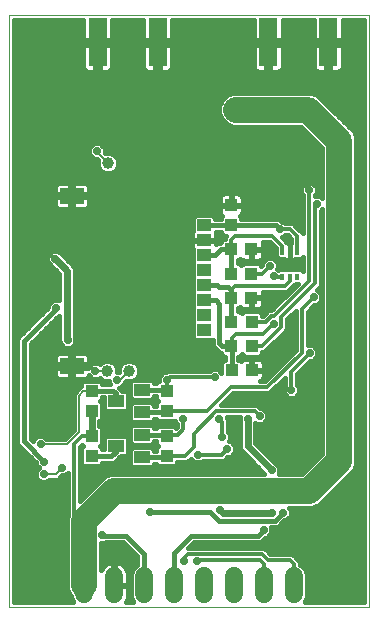
<source format=gbl>
G75*
%MOIN*%
%OFA0B0*%
%FSLAX25Y25*%
%IPPOS*%
%LPD*%
%AMOC8*
5,1,8,0,0,1.08239X$1,22.5*
%
%ADD10C,0.00000*%
%ADD11R,0.04331X0.03937*%
%ADD12R,0.03937X0.04331*%
%ADD13R,0.04724X0.03937*%
%ADD14R,0.07874X0.05315*%
%ADD15R,0.01378X0.01969*%
%ADD16R,0.06000X0.16000*%
%ADD17R,0.05512X0.03937*%
%ADD18C,0.06000*%
%ADD19C,0.03937*%
%ADD20C,0.01600*%
%ADD21OC8,0.02381*%
%ADD22C,0.01200*%
%ADD23C,0.02400*%
%ADD24C,0.08600*%
%ADD25C,0.00600*%
D10*
X0026800Y0048050D02*
X0026800Y0245501D01*
X0146800Y0245501D01*
X0146800Y0048050D01*
X0026800Y0048050D01*
D11*
X0054300Y0098454D03*
X0054300Y0105146D03*
X0054300Y0113454D03*
X0054300Y0120146D03*
X0079300Y0120146D03*
X0079300Y0113454D03*
X0079300Y0105146D03*
X0079300Y0098454D03*
X0101054Y0127000D03*
X0107746Y0127000D03*
X0107546Y0151200D03*
X0100854Y0151200D03*
X0100854Y0167300D03*
X0107546Y0167300D03*
D12*
X0107546Y0159200D03*
X0100854Y0159200D03*
X0100900Y0175354D03*
X0100900Y0182046D03*
X0100954Y0143200D03*
X0107646Y0143200D03*
X0107646Y0135100D03*
X0100954Y0135100D03*
D13*
X0091800Y0140383D03*
X0091800Y0145383D03*
X0091800Y0150383D03*
X0091800Y0155383D03*
X0091800Y0160383D03*
X0091800Y0165383D03*
X0091800Y0170383D03*
X0091800Y0175383D03*
D14*
X0047706Y0185146D03*
X0047706Y0128454D03*
D15*
X0117841Y0158266D03*
X0120400Y0158266D03*
X0122959Y0158266D03*
X0122959Y0166534D03*
X0120400Y0166534D03*
X0117841Y0166534D03*
D16*
X0113200Y0236300D03*
X0133200Y0236300D03*
X0076300Y0236300D03*
X0056300Y0236300D03*
D17*
X0071131Y0120540D03*
X0071131Y0113060D03*
X0071131Y0105540D03*
X0071131Y0098060D03*
X0062469Y0101800D03*
X0062469Y0116800D03*
D18*
X0061800Y0058300D02*
X0061800Y0052300D01*
X0071800Y0052300D02*
X0071800Y0058300D01*
X0081800Y0058300D02*
X0081800Y0052300D01*
X0091800Y0052300D02*
X0091800Y0058300D01*
X0101800Y0058300D02*
X0101800Y0052300D01*
X0111800Y0052300D02*
X0111800Y0058300D01*
X0121800Y0058300D02*
X0121800Y0052300D01*
X0051800Y0052300D02*
X0051800Y0058300D01*
D19*
X0059550Y0126800D03*
X0066800Y0126800D03*
X0059800Y0196050D03*
D20*
X0057223Y0193863D02*
X0028600Y0193863D01*
X0028600Y0192265D02*
X0131100Y0192265D01*
X0131100Y0193863D02*
X0062377Y0193863D01*
X0062656Y0194142D02*
X0063168Y0195380D01*
X0063168Y0196720D01*
X0062656Y0197958D01*
X0061708Y0198906D01*
X0060470Y0199418D01*
X0059130Y0199418D01*
X0058922Y0199332D01*
X0058641Y0199614D01*
X0058641Y0201123D01*
X0057123Y0202641D01*
X0054977Y0202641D01*
X0053459Y0201123D01*
X0053459Y0198977D01*
X0054977Y0197459D01*
X0055986Y0197459D01*
X0056518Y0196928D01*
X0056431Y0196720D01*
X0056431Y0195380D01*
X0056944Y0194142D01*
X0057892Y0193194D01*
X0059130Y0192681D01*
X0060470Y0192681D01*
X0061708Y0193194D01*
X0062656Y0194142D01*
X0063168Y0195462D02*
X0131100Y0195462D01*
X0131100Y0197060D02*
X0063028Y0197060D01*
X0061955Y0198659D02*
X0131100Y0198659D01*
X0131100Y0200257D02*
X0058641Y0200257D01*
X0057908Y0201856D02*
X0130383Y0201856D01*
X0131100Y0201139D02*
X0131100Y0184564D01*
X0130473Y0185191D01*
X0128800Y0185191D01*
X0128800Y0185336D01*
X0129391Y0185927D01*
X0129391Y0188073D01*
X0127873Y0189591D01*
X0125727Y0189591D01*
X0124209Y0188073D01*
X0124209Y0185927D01*
X0124800Y0185336D01*
X0124800Y0172628D01*
X0122600Y0174828D01*
X0121428Y0176000D01*
X0118864Y0176000D01*
X0118273Y0176591D01*
X0117721Y0176591D01*
X0116758Y0177554D01*
X0104268Y0177554D01*
X0104268Y0178099D01*
X0103944Y0178423D01*
X0103974Y0178441D01*
X0104309Y0178776D01*
X0104546Y0179186D01*
X0104668Y0179644D01*
X0104668Y0181862D01*
X0101084Y0181862D01*
X0101084Y0182231D01*
X0100716Y0182231D01*
X0100716Y0186012D01*
X0098695Y0186012D01*
X0098237Y0185889D01*
X0097826Y0185652D01*
X0097491Y0185317D01*
X0097254Y0184907D01*
X0097131Y0184449D01*
X0097131Y0182231D01*
X0100716Y0182231D01*
X0100716Y0181862D01*
X0097131Y0181862D01*
X0097131Y0179644D01*
X0097254Y0179186D01*
X0097491Y0178776D01*
X0097826Y0178441D01*
X0097856Y0178423D01*
X0097531Y0178099D01*
X0097531Y0177583D01*
X0095562Y0177583D01*
X0095562Y0177931D01*
X0094742Y0178751D01*
X0088858Y0178751D01*
X0088038Y0177931D01*
X0088038Y0173497D01*
X0087997Y0173456D01*
X0087760Y0173046D01*
X0087638Y0172588D01*
X0087638Y0170567D01*
X0091616Y0170567D01*
X0091616Y0170198D01*
X0087638Y0170198D01*
X0087638Y0168177D01*
X0087760Y0167719D01*
X0087997Y0167309D01*
X0088038Y0167269D01*
X0088038Y0137834D01*
X0088858Y0137014D01*
X0094700Y0137014D01*
X0094700Y0135189D01*
X0095700Y0134189D01*
X0096989Y0132900D01*
X0097585Y0132900D01*
X0097585Y0132355D01*
X0098405Y0131535D01*
X0098800Y0131535D01*
X0098800Y0130368D01*
X0098308Y0130368D01*
X0097488Y0129548D01*
X0097488Y0126275D01*
X0096373Y0127391D01*
X0094227Y0127391D01*
X0093636Y0126800D01*
X0079472Y0126800D01*
X0079062Y0126391D01*
X0078227Y0126391D01*
X0076709Y0124873D01*
X0076709Y0123515D01*
X0076555Y0123515D01*
X0075780Y0122740D01*
X0075287Y0122740D01*
X0075287Y0123089D01*
X0074467Y0123909D01*
X0068622Y0123909D01*
X0068708Y0123944D01*
X0069656Y0124892D01*
X0070168Y0126130D01*
X0070168Y0127470D01*
X0069656Y0128708D01*
X0068708Y0129656D01*
X0067470Y0130168D01*
X0066130Y0130168D01*
X0064892Y0129656D01*
X0063944Y0128708D01*
X0063431Y0127470D01*
X0063431Y0126391D01*
X0062918Y0126391D01*
X0062918Y0127470D01*
X0062406Y0128708D01*
X0061458Y0129656D01*
X0060220Y0130168D01*
X0058880Y0130168D01*
X0057642Y0129656D01*
X0057000Y0129014D01*
X0056623Y0129391D01*
X0054477Y0129391D01*
X0053011Y0127925D01*
X0048234Y0127925D01*
X0048234Y0123996D01*
X0051879Y0123996D01*
X0052337Y0124119D01*
X0052748Y0124356D01*
X0053083Y0124691D01*
X0053320Y0125101D01*
X0053376Y0125311D01*
X0054477Y0124209D01*
X0056623Y0124209D01*
X0057000Y0124586D01*
X0057642Y0123944D01*
X0058880Y0123431D01*
X0060209Y0123431D01*
X0060209Y0122727D01*
X0060590Y0122346D01*
X0060542Y0122346D01*
X0057865Y0122346D01*
X0057865Y0122695D01*
X0057045Y0123515D01*
X0051555Y0123515D01*
X0050735Y0122695D01*
X0050735Y0121639D01*
X0049850Y0120754D01*
X0048350Y0119254D01*
X0048350Y0107254D01*
X0045346Y0104250D01*
X0039264Y0104250D01*
X0038373Y0105141D01*
X0036227Y0105141D01*
X0034709Y0103623D01*
X0034709Y0103502D01*
X0034000Y0104211D01*
X0034000Y0135889D01*
X0043321Y0145209D01*
X0043573Y0145209D01*
X0043600Y0145236D01*
X0043600Y0136583D01*
X0043709Y0136319D01*
X0043709Y0135927D01*
X0043986Y0135650D01*
X0043996Y0135627D01*
X0044827Y0134796D01*
X0044850Y0134786D01*
X0045227Y0134409D01*
X0045760Y0134409D01*
X0045783Y0134400D01*
X0046817Y0134400D01*
X0046840Y0134409D01*
X0047373Y0134409D01*
X0047750Y0134786D01*
X0047773Y0134796D01*
X0048504Y0135527D01*
X0048514Y0135550D01*
X0048891Y0135927D01*
X0048891Y0136460D01*
X0048900Y0136483D01*
X0048900Y0137517D01*
X0048891Y0137540D01*
X0048891Y0138073D01*
X0048800Y0138164D01*
X0048800Y0160717D01*
X0048404Y0161673D01*
X0047673Y0162404D01*
X0043773Y0166304D01*
X0043579Y0166384D01*
X0043273Y0166691D01*
X0042840Y0166691D01*
X0042817Y0166700D01*
X0041683Y0166700D01*
X0041660Y0166691D01*
X0041127Y0166691D01*
X0040750Y0166314D01*
X0040727Y0166304D01*
X0039996Y0165573D01*
X0039986Y0165550D01*
X0039609Y0165173D01*
X0039609Y0164640D01*
X0039600Y0164617D01*
X0039600Y0163583D01*
X0039609Y0163560D01*
X0039609Y0163027D01*
X0039986Y0162650D01*
X0039996Y0162627D01*
X0040727Y0161896D01*
X0040750Y0161886D01*
X0041127Y0161509D01*
X0041214Y0161509D01*
X0043600Y0159123D01*
X0043600Y0150364D01*
X0043573Y0150391D01*
X0041427Y0150391D01*
X0039909Y0148873D01*
X0039909Y0148021D01*
X0030889Y0139000D01*
X0029600Y0137711D01*
X0029600Y0102389D01*
X0035909Y0096079D01*
X0035909Y0095527D01*
X0036886Y0094550D01*
X0035709Y0093373D01*
X0035709Y0091227D01*
X0037227Y0089709D01*
X0039373Y0089709D01*
X0040264Y0090600D01*
X0043004Y0090600D01*
X0044364Y0091959D01*
X0045623Y0091959D01*
X0046300Y0092636D01*
X0046300Y0078417D01*
X0046100Y0077934D01*
X0046100Y0054166D01*
X0046968Y0052071D01*
X0047400Y0051639D01*
X0047400Y0051425D01*
X0048052Y0049850D01*
X0028600Y0049850D01*
X0028600Y0243701D01*
X0051500Y0243701D01*
X0051500Y0237000D01*
X0055600Y0237000D01*
X0055600Y0235600D01*
X0057000Y0235600D01*
X0057000Y0237000D01*
X0061100Y0237000D01*
X0061100Y0243701D01*
X0071500Y0243701D01*
X0071500Y0237000D01*
X0075600Y0237000D01*
X0075600Y0235600D01*
X0077000Y0235600D01*
X0077000Y0237000D01*
X0081100Y0237000D01*
X0081100Y0243701D01*
X0108400Y0243701D01*
X0108400Y0237000D01*
X0112500Y0237000D01*
X0112500Y0235600D01*
X0113900Y0235600D01*
X0113900Y0237000D01*
X0118000Y0237000D01*
X0118000Y0243701D01*
X0128400Y0243701D01*
X0128400Y0237000D01*
X0132500Y0237000D01*
X0132500Y0235600D01*
X0133900Y0235600D01*
X0133900Y0237000D01*
X0138000Y0237000D01*
X0138000Y0243701D01*
X0145000Y0243701D01*
X0145000Y0049850D01*
X0125548Y0049850D01*
X0126200Y0051425D01*
X0126200Y0059175D01*
X0125530Y0060792D01*
X0124292Y0062030D01*
X0123800Y0062234D01*
X0123800Y0063128D01*
X0122300Y0064628D01*
X0121128Y0065800D01*
X0113878Y0065800D01*
X0113050Y0066628D01*
X0111878Y0067800D01*
X0086611Y0067800D01*
X0088511Y0069700D01*
X0110811Y0069700D01*
X0112221Y0071109D01*
X0112773Y0071109D01*
X0114291Y0072627D01*
X0114291Y0074700D01*
X0116311Y0074700D01*
X0118621Y0077009D01*
X0119173Y0077009D01*
X0120691Y0078527D01*
X0120691Y0080673D01*
X0120264Y0081100D01*
X0127934Y0081100D01*
X0130029Y0081968D01*
X0138929Y0090868D01*
X0140029Y0091968D01*
X0141632Y0093571D01*
X0142500Y0095666D01*
X0142500Y0204634D01*
X0141632Y0206729D01*
X0140029Y0208332D01*
X0140029Y0208332D01*
X0131232Y0217129D01*
X0129629Y0218732D01*
X0127534Y0219600D01*
X0101466Y0219600D01*
X0099371Y0218732D01*
X0097768Y0217129D01*
X0096900Y0215034D01*
X0096900Y0212766D01*
X0097768Y0210671D01*
X0099371Y0209068D01*
X0101466Y0208200D01*
X0124039Y0208200D01*
X0131100Y0201139D01*
X0128785Y0203454D02*
X0028600Y0203454D01*
X0028600Y0201856D02*
X0054192Y0201856D01*
X0053459Y0200257D02*
X0028600Y0200257D01*
X0028600Y0198659D02*
X0053778Y0198659D01*
X0056386Y0197060D02*
X0028600Y0197060D01*
X0028600Y0195462D02*
X0056431Y0195462D01*
X0052748Y0189244D02*
X0052337Y0189481D01*
X0051879Y0189604D01*
X0048234Y0189604D01*
X0048234Y0185675D01*
X0047177Y0185675D01*
X0047177Y0184618D01*
X0048234Y0184618D01*
X0048234Y0185675D01*
X0053443Y0185675D01*
X0053443Y0188041D01*
X0053320Y0188499D01*
X0053083Y0188909D01*
X0052748Y0189244D01*
X0052925Y0189068D02*
X0125204Y0189068D01*
X0124209Y0187469D02*
X0053443Y0187469D01*
X0053443Y0185870D02*
X0098204Y0185870D01*
X0097131Y0184272D02*
X0053443Y0184272D01*
X0053442Y0184618D02*
X0048234Y0184618D01*
X0048234Y0180689D01*
X0051879Y0180689D01*
X0052337Y0180812D01*
X0052748Y0181049D01*
X0053083Y0181384D01*
X0053320Y0181794D01*
X0053443Y0182252D01*
X0053442Y0184618D01*
X0053443Y0182673D02*
X0097131Y0182673D01*
X0097131Y0181075D02*
X0052774Y0181075D01*
X0048234Y0181075D02*
X0047177Y0181075D01*
X0047177Y0180689D02*
X0047177Y0184618D01*
X0041969Y0184618D01*
X0041969Y0182252D01*
X0042091Y0181794D01*
X0042328Y0181384D01*
X0042663Y0181049D01*
X0043074Y0180812D01*
X0043532Y0180689D01*
X0047177Y0180689D01*
X0047177Y0182673D02*
X0048234Y0182673D01*
X0048234Y0184272D02*
X0047177Y0184272D01*
X0047177Y0185675D02*
X0041969Y0185675D01*
X0041969Y0188041D01*
X0042091Y0188499D01*
X0042328Y0188909D01*
X0042663Y0189244D01*
X0043074Y0189481D01*
X0043532Y0189604D01*
X0047177Y0189604D01*
X0047177Y0185675D01*
X0047177Y0185870D02*
X0048234Y0185870D01*
X0048234Y0187469D02*
X0047177Y0187469D01*
X0047177Y0189068D02*
X0048234Y0189068D01*
X0042486Y0189068D02*
X0028600Y0189068D01*
X0028600Y0190666D02*
X0131100Y0190666D01*
X0131100Y0189068D02*
X0128396Y0189068D01*
X0129391Y0187469D02*
X0131100Y0187469D01*
X0131100Y0185870D02*
X0129334Y0185870D01*
X0124800Y0184272D02*
X0104668Y0184272D01*
X0104668Y0184449D02*
X0104546Y0184907D01*
X0104309Y0185317D01*
X0103974Y0185652D01*
X0103563Y0185889D01*
X0103105Y0186012D01*
X0101084Y0186012D01*
X0101084Y0182231D01*
X0104668Y0182231D01*
X0104668Y0184449D01*
X0104668Y0182673D02*
X0124800Y0182673D01*
X0124800Y0181075D02*
X0104668Y0181075D01*
X0104624Y0179476D02*
X0124800Y0179476D01*
X0124800Y0177878D02*
X0104268Y0177878D01*
X0100900Y0175354D02*
X0115846Y0175354D01*
X0117200Y0174000D01*
X0118864Y0172000D02*
X0119772Y0172000D01*
X0120959Y0170813D01*
X0120959Y0169318D01*
X0120400Y0169318D01*
X0120400Y0166534D01*
X0120400Y0166534D01*
X0120400Y0169318D01*
X0119810Y0169318D01*
X0117719Y0171409D01*
X0118273Y0171409D01*
X0118864Y0172000D01*
X0118347Y0171484D02*
X0120288Y0171484D01*
X0120959Y0169885D02*
X0119243Y0169885D01*
X0120400Y0168287D02*
X0120400Y0168287D01*
X0120400Y0166688D02*
X0120400Y0166688D01*
X0120400Y0166534D02*
X0120400Y0163750D01*
X0121326Y0163750D01*
X0121784Y0163872D01*
X0122194Y0164109D01*
X0122235Y0164150D01*
X0124228Y0164150D01*
X0124800Y0164722D01*
X0124800Y0160078D01*
X0124228Y0160650D01*
X0121690Y0160650D01*
X0121680Y0160640D01*
X0121669Y0160650D01*
X0119131Y0160650D01*
X0119120Y0160640D01*
X0119110Y0160650D01*
X0116572Y0160650D01*
X0116443Y0160521D01*
X0116264Y0160700D01*
X0116391Y0160827D01*
X0116391Y0162973D01*
X0114873Y0164491D01*
X0112727Y0164491D01*
X0111209Y0162973D01*
X0111209Y0162138D01*
X0110915Y0161843D01*
X0110915Y0161945D01*
X0110095Y0162765D01*
X0104998Y0162765D01*
X0104200Y0161967D01*
X0103402Y0162765D01*
X0103054Y0162765D01*
X0103054Y0163931D01*
X0103599Y0163931D01*
X0103923Y0164256D01*
X0103941Y0164226D01*
X0104276Y0163891D01*
X0104686Y0163654D01*
X0105144Y0163531D01*
X0107362Y0163531D01*
X0107362Y0167116D01*
X0107731Y0167116D01*
X0107731Y0167484D01*
X0111512Y0167484D01*
X0111512Y0169505D01*
X0111433Y0169800D01*
X0113672Y0169800D01*
X0115752Y0167720D01*
X0115752Y0164970D01*
X0116572Y0164150D01*
X0118565Y0164150D01*
X0118606Y0164109D01*
X0119016Y0163872D01*
X0119474Y0163750D01*
X0120400Y0163750D01*
X0120400Y0166534D01*
X0120400Y0166534D01*
X0120400Y0165090D02*
X0120400Y0165090D01*
X0124800Y0163491D02*
X0115872Y0163491D01*
X0115752Y0165090D02*
X0111511Y0165090D01*
X0111512Y0165095D02*
X0111512Y0167116D01*
X0107731Y0167116D01*
X0107731Y0163531D01*
X0109949Y0163531D01*
X0110407Y0163654D01*
X0110817Y0163891D01*
X0111152Y0164226D01*
X0111389Y0164637D01*
X0111512Y0165095D01*
X0111512Y0166688D02*
X0115752Y0166688D01*
X0115185Y0168287D02*
X0111512Y0168287D01*
X0111728Y0163491D02*
X0103054Y0163491D01*
X0100854Y0164046D02*
X0100854Y0167300D01*
X0100854Y0159200D01*
X0099900Y0154900D02*
X0096700Y0154900D01*
X0096217Y0155383D01*
X0091800Y0155383D01*
X0088038Y0155499D02*
X0048800Y0155499D01*
X0048800Y0157097D02*
X0088038Y0157097D01*
X0088038Y0158696D02*
X0048800Y0158696D01*
X0048800Y0160294D02*
X0088038Y0160294D01*
X0088038Y0161893D02*
X0048184Y0161893D01*
X0046586Y0163491D02*
X0088038Y0163491D01*
X0088038Y0165090D02*
X0044987Y0165090D01*
X0043275Y0166688D02*
X0088038Y0166688D01*
X0087638Y0168287D02*
X0028600Y0168287D01*
X0028600Y0169885D02*
X0087638Y0169885D01*
X0087638Y0171484D02*
X0028600Y0171484D01*
X0028600Y0173082D02*
X0087782Y0173082D01*
X0088038Y0174681D02*
X0028600Y0174681D01*
X0028600Y0176279D02*
X0088038Y0176279D01*
X0088038Y0177878D02*
X0028600Y0177878D01*
X0028600Y0179476D02*
X0097176Y0179476D01*
X0097531Y0177878D02*
X0095562Y0177878D01*
X0091800Y0175383D02*
X0100871Y0175383D01*
X0100900Y0175354D01*
X0099260Y0171788D02*
X0098352Y0171788D01*
X0097531Y0172608D01*
X0097531Y0173183D01*
X0095761Y0173183D01*
X0095840Y0173046D01*
X0095962Y0172588D01*
X0095962Y0170567D01*
X0091984Y0170567D01*
X0091984Y0170198D01*
X0095962Y0170198D01*
X0095962Y0168973D01*
X0096489Y0169500D01*
X0097288Y0169500D01*
X0097288Y0169848D01*
X0098108Y0170668D01*
X0098800Y0170668D01*
X0098800Y0171328D01*
X0099260Y0171788D01*
X0098955Y0171484D02*
X0095962Y0171484D01*
X0095962Y0169885D02*
X0097325Y0169885D01*
X0097400Y0167300D02*
X0100854Y0167300D01*
X0097400Y0167300D02*
X0095483Y0165383D01*
X0091800Y0165383D01*
X0095818Y0173082D02*
X0097531Y0173082D01*
X0100716Y0182673D02*
X0101084Y0182673D01*
X0101084Y0184272D02*
X0100716Y0184272D01*
X0100716Y0185870D02*
X0101084Y0185870D01*
X0103596Y0185870D02*
X0124266Y0185870D01*
X0130700Y0180236D02*
X0131100Y0180636D01*
X0131100Y0099161D01*
X0130868Y0098929D01*
X0124439Y0092500D01*
X0116664Y0092500D01*
X0116891Y0092727D01*
X0116891Y0093260D01*
X0116900Y0093283D01*
X0116900Y0094317D01*
X0116891Y0094340D01*
X0116891Y0094873D01*
X0116514Y0095250D01*
X0116504Y0095273D01*
X0108900Y0102877D01*
X0108900Y0109536D01*
X0109227Y0109209D01*
X0111373Y0109209D01*
X0112891Y0110727D01*
X0112891Y0112873D01*
X0111373Y0114391D01*
X0110538Y0114391D01*
X0109878Y0115050D01*
X0109628Y0115300D01*
X0097628Y0115300D01*
X0101628Y0119300D01*
X0113628Y0119300D01*
X0118900Y0124572D01*
X0118900Y0122164D01*
X0118309Y0121573D01*
X0118309Y0119427D01*
X0119827Y0117909D01*
X0121973Y0117909D01*
X0123491Y0119427D01*
X0123491Y0121573D01*
X0122900Y0122164D01*
X0122900Y0125772D01*
X0127238Y0130109D01*
X0128073Y0130109D01*
X0129591Y0131627D01*
X0129591Y0133773D01*
X0128073Y0135291D01*
X0126300Y0135291D01*
X0126300Y0146472D01*
X0128538Y0148709D01*
X0129373Y0148709D01*
X0130891Y0150227D01*
X0130891Y0152373D01*
X0129373Y0153891D01*
X0129319Y0153891D01*
X0130700Y0155272D01*
X0130700Y0180236D01*
X0130700Y0179476D02*
X0131100Y0179476D01*
X0131100Y0177878D02*
X0130700Y0177878D01*
X0130700Y0176279D02*
X0131100Y0176279D01*
X0131100Y0174681D02*
X0130700Y0174681D01*
X0130700Y0173082D02*
X0131100Y0173082D01*
X0131100Y0171484D02*
X0130700Y0171484D01*
X0130700Y0169885D02*
X0131100Y0169885D01*
X0131100Y0168287D02*
X0130700Y0168287D01*
X0130700Y0166688D02*
X0131100Y0166688D01*
X0131100Y0165090D02*
X0130700Y0165090D01*
X0130700Y0163491D02*
X0131100Y0163491D01*
X0131100Y0161893D02*
X0130700Y0161893D01*
X0130700Y0160294D02*
X0131100Y0160294D01*
X0131100Y0158696D02*
X0130700Y0158696D01*
X0130700Y0157097D02*
X0131100Y0157097D01*
X0131100Y0155499D02*
X0130700Y0155499D01*
X0131100Y0153900D02*
X0129329Y0153900D01*
X0130891Y0152302D02*
X0131100Y0152302D01*
X0131100Y0150703D02*
X0130891Y0150703D01*
X0131100Y0149105D02*
X0129768Y0149105D01*
X0131100Y0147506D02*
X0127335Y0147506D01*
X0126300Y0145908D02*
X0131100Y0145908D01*
X0131100Y0144309D02*
X0126300Y0144309D01*
X0126300Y0142711D02*
X0131100Y0142711D01*
X0131100Y0141112D02*
X0126300Y0141112D01*
X0126300Y0139514D02*
X0131100Y0139514D01*
X0131100Y0137915D02*
X0126300Y0137915D01*
X0126300Y0136317D02*
X0131100Y0136317D01*
X0131100Y0134718D02*
X0128645Y0134718D01*
X0129591Y0133120D02*
X0131100Y0133120D01*
X0131100Y0131521D02*
X0129485Y0131521D01*
X0131100Y0129923D02*
X0127051Y0129923D01*
X0125452Y0128324D02*
X0131100Y0128324D01*
X0131100Y0126726D02*
X0123854Y0126726D01*
X0122900Y0125127D02*
X0131100Y0125127D01*
X0131100Y0123529D02*
X0122900Y0123529D01*
X0123134Y0121930D02*
X0131100Y0121930D01*
X0131100Y0120332D02*
X0123491Y0120332D01*
X0122797Y0118733D02*
X0131100Y0118733D01*
X0131100Y0117134D02*
X0099463Y0117134D01*
X0097864Y0115536D02*
X0131100Y0115536D01*
X0131100Y0113937D02*
X0111826Y0113937D01*
X0112891Y0112339D02*
X0131100Y0112339D01*
X0131100Y0110740D02*
X0112891Y0110740D01*
X0108900Y0109142D02*
X0131100Y0109142D01*
X0131100Y0107543D02*
X0108900Y0107543D01*
X0108900Y0105945D02*
X0131100Y0105945D01*
X0131100Y0104346D02*
X0108900Y0104346D01*
X0109029Y0102748D02*
X0131100Y0102748D01*
X0131100Y0101149D02*
X0110628Y0101149D01*
X0112226Y0099551D02*
X0131100Y0099551D01*
X0129891Y0097952D02*
X0113825Y0097952D01*
X0115423Y0096354D02*
X0128293Y0096354D01*
X0126694Y0094755D02*
X0116891Y0094755D01*
X0116891Y0093157D02*
X0125096Y0093157D01*
X0133225Y0085164D02*
X0145000Y0085164D01*
X0145000Y0083566D02*
X0131627Y0083566D01*
X0130028Y0081967D02*
X0145000Y0081967D01*
X0145000Y0080369D02*
X0120691Y0080369D01*
X0120691Y0078770D02*
X0145000Y0078770D01*
X0145000Y0077172D02*
X0119335Y0077172D01*
X0117184Y0075573D02*
X0145000Y0075573D01*
X0145000Y0073975D02*
X0114291Y0073975D01*
X0114040Y0072376D02*
X0145000Y0072376D01*
X0145000Y0070778D02*
X0111889Y0070778D01*
X0109900Y0071900D02*
X0111700Y0073700D01*
X0109900Y0071900D02*
X0087600Y0071900D01*
X0081800Y0066100D01*
X0081800Y0055300D01*
X0071800Y0055300D02*
X0071800Y0065900D01*
X0065800Y0071900D01*
X0058000Y0071900D01*
X0057900Y0072000D01*
X0057500Y0069409D02*
X0058973Y0069409D01*
X0059264Y0069700D01*
X0064889Y0069700D01*
X0069600Y0064989D01*
X0069600Y0062151D01*
X0069308Y0062030D01*
X0068070Y0060792D01*
X0067400Y0059175D01*
X0067400Y0051425D01*
X0068052Y0049850D01*
X0065939Y0049850D01*
X0066248Y0050457D01*
X0066482Y0051176D01*
X0066600Y0051922D01*
X0066600Y0055100D01*
X0062000Y0055100D01*
X0062000Y0055500D01*
X0061600Y0055500D01*
X0061600Y0063100D01*
X0061422Y0063100D01*
X0060676Y0062982D01*
X0059957Y0062748D01*
X0059284Y0062405D01*
X0058673Y0061961D01*
X0058139Y0061427D01*
X0057695Y0060816D01*
X0057500Y0060434D01*
X0057500Y0069409D01*
X0057500Y0069179D02*
X0065410Y0069179D01*
X0067008Y0067581D02*
X0057500Y0067581D01*
X0057500Y0065982D02*
X0068607Y0065982D01*
X0069600Y0064384D02*
X0057500Y0064384D01*
X0057500Y0062785D02*
X0060071Y0062785D01*
X0061600Y0062785D02*
X0062000Y0062785D01*
X0062000Y0063100D02*
X0062000Y0055500D01*
X0066600Y0055500D01*
X0066600Y0058678D01*
X0066482Y0059424D01*
X0066248Y0060143D01*
X0065905Y0060816D01*
X0065461Y0061427D01*
X0064927Y0061961D01*
X0064316Y0062405D01*
X0063643Y0062748D01*
X0062924Y0062982D01*
X0062178Y0063100D01*
X0062000Y0063100D01*
X0063529Y0062785D02*
X0069600Y0062785D01*
X0068464Y0061187D02*
X0065636Y0061187D01*
X0066428Y0059588D02*
X0067571Y0059588D01*
X0067400Y0057990D02*
X0066600Y0057990D01*
X0066600Y0056391D02*
X0067400Y0056391D01*
X0067400Y0054793D02*
X0066600Y0054793D01*
X0066600Y0053194D02*
X0067400Y0053194D01*
X0067400Y0051596D02*
X0066548Y0051596D01*
X0066014Y0049997D02*
X0067991Y0049997D01*
X0062000Y0056391D02*
X0061600Y0056391D01*
X0061600Y0057990D02*
X0062000Y0057990D01*
X0062000Y0059588D02*
X0061600Y0059588D01*
X0061600Y0061187D02*
X0062000Y0061187D01*
X0057964Y0061187D02*
X0057500Y0061187D01*
X0046503Y0053194D02*
X0028600Y0053194D01*
X0028600Y0051596D02*
X0047400Y0051596D01*
X0047991Y0049997D02*
X0028600Y0049997D01*
X0028600Y0054793D02*
X0046100Y0054793D01*
X0046100Y0056391D02*
X0028600Y0056391D01*
X0028600Y0057990D02*
X0046100Y0057990D01*
X0046100Y0059588D02*
X0028600Y0059588D01*
X0028600Y0061187D02*
X0046100Y0061187D01*
X0046100Y0062785D02*
X0028600Y0062785D01*
X0028600Y0064384D02*
X0046100Y0064384D01*
X0046100Y0065982D02*
X0028600Y0065982D01*
X0028600Y0067581D02*
X0046100Y0067581D01*
X0046100Y0069179D02*
X0028600Y0069179D01*
X0028600Y0070778D02*
X0046100Y0070778D01*
X0046100Y0072376D02*
X0028600Y0072376D01*
X0028600Y0073975D02*
X0046100Y0073975D01*
X0046100Y0075573D02*
X0028600Y0075573D01*
X0028600Y0077172D02*
X0046100Y0077172D01*
X0046300Y0078770D02*
X0028600Y0078770D01*
X0028600Y0080369D02*
X0046300Y0080369D01*
X0046300Y0081967D02*
X0028600Y0081967D01*
X0028600Y0083566D02*
X0046300Y0083566D01*
X0046300Y0085164D02*
X0028600Y0085164D01*
X0028600Y0086763D02*
X0046300Y0086763D01*
X0046300Y0088361D02*
X0028600Y0088361D01*
X0028600Y0089960D02*
X0036977Y0089960D01*
X0035709Y0091558D02*
X0028600Y0091558D01*
X0028600Y0093157D02*
X0035709Y0093157D01*
X0036681Y0094755D02*
X0028600Y0094755D01*
X0028600Y0096354D02*
X0035635Y0096354D01*
X0034036Y0097952D02*
X0028600Y0097952D01*
X0028600Y0099551D02*
X0032438Y0099551D01*
X0030839Y0101149D02*
X0028600Y0101149D01*
X0028600Y0102748D02*
X0029600Y0102748D01*
X0029600Y0104346D02*
X0028600Y0104346D01*
X0028600Y0105945D02*
X0029600Y0105945D01*
X0029600Y0107543D02*
X0028600Y0107543D01*
X0028600Y0109142D02*
X0029600Y0109142D01*
X0029600Y0110740D02*
X0028600Y0110740D01*
X0028600Y0112339D02*
X0029600Y0112339D01*
X0029600Y0113937D02*
X0028600Y0113937D01*
X0028600Y0115536D02*
X0029600Y0115536D01*
X0029600Y0117134D02*
X0028600Y0117134D01*
X0028600Y0118733D02*
X0029600Y0118733D01*
X0029600Y0120332D02*
X0028600Y0120332D01*
X0028600Y0121930D02*
X0029600Y0121930D01*
X0029600Y0123529D02*
X0028600Y0123529D01*
X0028600Y0125127D02*
X0029600Y0125127D01*
X0029600Y0126726D02*
X0028600Y0126726D01*
X0028600Y0128324D02*
X0029600Y0128324D01*
X0029600Y0129923D02*
X0028600Y0129923D01*
X0028600Y0131521D02*
X0029600Y0131521D01*
X0029600Y0133120D02*
X0028600Y0133120D01*
X0028600Y0134718D02*
X0029600Y0134718D01*
X0029600Y0136317D02*
X0028600Y0136317D01*
X0028600Y0137915D02*
X0029804Y0137915D01*
X0028600Y0139514D02*
X0031402Y0139514D01*
X0033001Y0141112D02*
X0028600Y0141112D01*
X0028600Y0142711D02*
X0034599Y0142711D01*
X0036198Y0144309D02*
X0028600Y0144309D01*
X0028600Y0145908D02*
X0037796Y0145908D01*
X0039395Y0147506D02*
X0028600Y0147506D01*
X0028600Y0149105D02*
X0040141Y0149105D01*
X0042500Y0147800D02*
X0042500Y0147500D01*
X0031800Y0136800D01*
X0031800Y0103300D01*
X0038500Y0096600D01*
X0039623Y0089960D02*
X0046300Y0089960D01*
X0046300Y0091558D02*
X0043962Y0091558D01*
X0050300Y0091558D02*
X0058497Y0091558D01*
X0058571Y0091632D02*
X0056968Y0090029D01*
X0052168Y0085229D01*
X0050300Y0083361D01*
X0050300Y0101472D01*
X0051081Y0102252D01*
X0051533Y0101800D01*
X0050735Y0101002D01*
X0050735Y0095905D01*
X0051555Y0095085D01*
X0057045Y0095085D01*
X0057865Y0095905D01*
X0057865Y0096254D01*
X0061865Y0096254D01*
X0063211Y0097600D01*
X0064043Y0098431D01*
X0065805Y0098431D01*
X0066625Y0099252D01*
X0066625Y0104348D01*
X0065805Y0105168D01*
X0059133Y0105168D01*
X0058313Y0104348D01*
X0058313Y0100654D01*
X0057865Y0100654D01*
X0057865Y0101002D01*
X0057067Y0101800D01*
X0057865Y0102598D01*
X0057865Y0107695D01*
X0057045Y0108515D01*
X0056900Y0108515D01*
X0056900Y0110085D01*
X0057045Y0110085D01*
X0057865Y0110905D01*
X0057865Y0116002D01*
X0057067Y0116800D01*
X0057865Y0117598D01*
X0057865Y0117946D01*
X0058313Y0117946D01*
X0058313Y0114252D01*
X0059133Y0113431D01*
X0065805Y0113431D01*
X0066625Y0114252D01*
X0066625Y0119348D01*
X0065805Y0120168D01*
X0064500Y0120168D01*
X0064500Y0120211D01*
X0063502Y0121209D01*
X0063873Y0121209D01*
X0065391Y0122727D01*
X0065391Y0122986D01*
X0065922Y0123518D01*
X0066130Y0123431D01*
X0067318Y0123431D01*
X0066975Y0123089D01*
X0066975Y0117992D01*
X0067795Y0117172D01*
X0074467Y0117172D01*
X0075287Y0117992D01*
X0075287Y0118340D01*
X0075735Y0118340D01*
X0075735Y0117598D01*
X0076533Y0116800D01*
X0075735Y0116002D01*
X0075735Y0115260D01*
X0075287Y0115260D01*
X0075287Y0115608D01*
X0074467Y0116428D01*
X0067795Y0116428D01*
X0066975Y0115608D01*
X0066975Y0110511D01*
X0067795Y0109691D01*
X0074467Y0109691D01*
X0075287Y0110511D01*
X0075287Y0110860D01*
X0075780Y0110860D01*
X0076555Y0110085D01*
X0082045Y0110085D01*
X0082209Y0110249D01*
X0082209Y0109727D01*
X0082800Y0109136D01*
X0082800Y0108128D01*
X0082616Y0107944D01*
X0082045Y0108515D01*
X0076555Y0108515D01*
X0075780Y0107740D01*
X0075287Y0107740D01*
X0075287Y0108089D01*
X0074467Y0108909D01*
X0067795Y0108909D01*
X0066975Y0108089D01*
X0066975Y0102992D01*
X0067795Y0102172D01*
X0074467Y0102172D01*
X0075287Y0102992D01*
X0075287Y0103340D01*
X0075735Y0103340D01*
X0075735Y0102598D01*
X0076533Y0101800D01*
X0075735Y0101002D01*
X0075735Y0100260D01*
X0075287Y0100260D01*
X0075287Y0100608D01*
X0074467Y0101428D01*
X0067795Y0101428D01*
X0066975Y0100608D01*
X0066975Y0095511D01*
X0067795Y0094691D01*
X0074467Y0094691D01*
X0075287Y0095511D01*
X0075287Y0095860D01*
X0075780Y0095860D01*
X0076555Y0095085D01*
X0082045Y0095085D01*
X0082865Y0095905D01*
X0082865Y0096454D01*
X0086282Y0096454D01*
X0087382Y0097554D01*
X0088627Y0096309D01*
X0090773Y0096309D01*
X0091364Y0096900D01*
X0098528Y0096900D01*
X0099838Y0098209D01*
X0100673Y0098209D01*
X0102191Y0099727D01*
X0102191Y0101873D01*
X0100673Y0103391D01*
X0100154Y0103391D01*
X0100391Y0103627D01*
X0100391Y0105773D01*
X0099800Y0106364D01*
X0099800Y0110628D01*
X0099391Y0111038D01*
X0099391Y0111300D01*
X0103700Y0111300D01*
X0103700Y0101283D01*
X0104096Y0100327D01*
X0111923Y0092500D01*
X0060666Y0092500D01*
X0058571Y0091632D01*
X0056899Y0089960D02*
X0050300Y0089960D01*
X0050300Y0088361D02*
X0055300Y0088361D01*
X0053702Y0086763D02*
X0050300Y0086763D01*
X0050300Y0085164D02*
X0052103Y0085164D01*
X0050505Y0083566D02*
X0050300Y0083566D01*
X0050300Y0093157D02*
X0111266Y0093157D01*
X0109668Y0094755D02*
X0074531Y0094755D01*
X0071131Y0098060D02*
X0078906Y0098060D01*
X0079300Y0098454D01*
X0082865Y0096354D02*
X0088583Y0096354D01*
X0090817Y0096354D02*
X0108069Y0096354D01*
X0106471Y0097952D02*
X0099581Y0097952D01*
X0102014Y0099551D02*
X0104872Y0099551D01*
X0103755Y0101149D02*
X0102191Y0101149D01*
X0101316Y0102748D02*
X0103700Y0102748D01*
X0103700Y0104346D02*
X0100391Y0104346D01*
X0100219Y0105945D02*
X0103700Y0105945D01*
X0103700Y0107543D02*
X0099800Y0107543D01*
X0099800Y0109142D02*
X0103700Y0109142D01*
X0103700Y0110740D02*
X0099688Y0110740D01*
X0101061Y0118733D02*
X0119003Y0118733D01*
X0118309Y0120332D02*
X0114660Y0120332D01*
X0116258Y0121930D02*
X0118666Y0121930D01*
X0118900Y0123529D02*
X0117857Y0123529D01*
X0115397Y0126726D02*
X0111712Y0126726D01*
X0111712Y0126816D02*
X0107931Y0126816D01*
X0107931Y0127184D01*
X0111712Y0127184D01*
X0111712Y0129205D01*
X0111589Y0129663D01*
X0111352Y0130074D01*
X0111017Y0130409D01*
X0110607Y0130646D01*
X0110149Y0130768D01*
X0107931Y0130768D01*
X0107931Y0127184D01*
X0107562Y0127184D01*
X0107562Y0130768D01*
X0105344Y0130768D01*
X0104886Y0130646D01*
X0104476Y0130409D01*
X0104141Y0130074D01*
X0104123Y0130044D01*
X0103799Y0130368D01*
X0103200Y0130368D01*
X0103200Y0131535D01*
X0103502Y0131535D01*
X0104300Y0132333D01*
X0105098Y0131535D01*
X0110195Y0131535D01*
X0111015Y0132355D01*
X0111015Y0133100D01*
X0111928Y0133100D01*
X0118328Y0139500D01*
X0119500Y0140672D01*
X0119500Y0144072D01*
X0122300Y0146872D01*
X0122300Y0133628D01*
X0111972Y0123300D01*
X0110404Y0123300D01*
X0110607Y0123354D01*
X0111017Y0123591D01*
X0111352Y0123926D01*
X0111589Y0124337D01*
X0111712Y0124795D01*
X0111712Y0126816D01*
X0111712Y0128324D02*
X0116996Y0128324D01*
X0118594Y0129923D02*
X0111439Y0129923D01*
X0111948Y0133120D02*
X0121791Y0133120D01*
X0122300Y0134718D02*
X0113547Y0134718D01*
X0115145Y0136317D02*
X0122300Y0136317D01*
X0122300Y0137915D02*
X0116744Y0137915D01*
X0118342Y0139514D02*
X0122300Y0139514D01*
X0122300Y0141112D02*
X0119500Y0141112D01*
X0119500Y0142711D02*
X0122300Y0142711D01*
X0122300Y0144309D02*
X0119738Y0144309D01*
X0121336Y0145908D02*
X0122300Y0145908D01*
X0117875Y0150703D02*
X0111512Y0150703D01*
X0111512Y0151016D02*
X0107731Y0151016D01*
X0107731Y0151384D01*
X0111512Y0151384D01*
X0111512Y0153200D01*
X0119628Y0153200D01*
X0120800Y0154372D01*
X0122310Y0155882D01*
X0123053Y0155882D01*
X0114172Y0147000D01*
X0113272Y0147000D01*
X0112100Y0145828D01*
X0111472Y0145200D01*
X0111015Y0145200D01*
X0111015Y0145945D01*
X0110195Y0146765D01*
X0105098Y0146765D01*
X0104300Y0145967D01*
X0103502Y0146765D01*
X0103054Y0146765D01*
X0103054Y0147831D01*
X0103599Y0147831D01*
X0103923Y0148156D01*
X0103941Y0148126D01*
X0104276Y0147791D01*
X0104686Y0147554D01*
X0105144Y0147431D01*
X0107362Y0147431D01*
X0107362Y0151016D01*
X0107731Y0151016D01*
X0107731Y0147431D01*
X0109949Y0147431D01*
X0110407Y0147554D01*
X0110817Y0147791D01*
X0111152Y0148126D01*
X0111389Y0148537D01*
X0111512Y0148995D01*
X0111512Y0151016D01*
X0111512Y0152302D02*
X0119473Y0152302D01*
X0120329Y0153900D02*
X0121072Y0153900D01*
X0121927Y0155499D02*
X0122670Y0155499D01*
X0124584Y0160294D02*
X0124800Y0160294D01*
X0124800Y0161893D02*
X0116391Y0161893D01*
X0110964Y0161893D02*
X0110915Y0161893D01*
X0107731Y0165090D02*
X0107362Y0165090D01*
X0107362Y0166688D02*
X0107731Y0166688D01*
X0099900Y0154900D02*
X0100900Y0153900D01*
X0100900Y0151246D01*
X0100854Y0151200D01*
X0100854Y0143300D01*
X0100954Y0143200D01*
X0103054Y0147506D02*
X0104865Y0147506D01*
X0107362Y0147506D02*
X0107731Y0147506D01*
X0107731Y0149105D02*
X0107362Y0149105D01*
X0107362Y0150703D02*
X0107731Y0150703D01*
X0110228Y0147506D02*
X0114678Y0147506D01*
X0116276Y0149105D02*
X0111512Y0149105D01*
X0111015Y0145908D02*
X0112179Y0145908D01*
X0101000Y0135146D02*
X0101000Y0127054D01*
X0101054Y0127000D01*
X0097488Y0126726D02*
X0097038Y0126726D01*
X0097488Y0128324D02*
X0069815Y0128324D01*
X0070168Y0126726D02*
X0079397Y0126726D01*
X0076963Y0125127D02*
X0069753Y0125127D01*
X0066975Y0121930D02*
X0064594Y0121930D01*
X0064380Y0120332D02*
X0066975Y0120332D01*
X0066975Y0118733D02*
X0066625Y0118733D01*
X0066625Y0117134D02*
X0076198Y0117134D01*
X0075735Y0115536D02*
X0075287Y0115536D01*
X0078906Y0113060D02*
X0071131Y0113060D01*
X0075287Y0110740D02*
X0075899Y0110740D01*
X0078906Y0113060D02*
X0079300Y0113454D01*
X0082794Y0109142D02*
X0056900Y0109142D01*
X0057701Y0110740D02*
X0066975Y0110740D01*
X0066975Y0112339D02*
X0057865Y0112339D01*
X0057865Y0113937D02*
X0058627Y0113937D01*
X0058313Y0115536D02*
X0057865Y0115536D01*
X0058313Y0117134D02*
X0057402Y0117134D01*
X0054300Y0120146D02*
X0061454Y0120146D01*
X0062300Y0119300D01*
X0062300Y0116969D01*
X0062469Y0116800D01*
X0066625Y0115536D02*
X0066975Y0115536D01*
X0066975Y0113937D02*
X0066311Y0113937D01*
X0066975Y0107543D02*
X0057865Y0107543D01*
X0057865Y0105945D02*
X0066975Y0105945D01*
X0066975Y0104346D02*
X0066625Y0104346D01*
X0066625Y0102748D02*
X0067219Y0102748D01*
X0067516Y0101149D02*
X0066625Y0101149D01*
X0066625Y0099551D02*
X0066975Y0099551D01*
X0066975Y0097952D02*
X0063564Y0097952D01*
X0062300Y0099800D02*
X0060954Y0098454D01*
X0056300Y0098454D01*
X0054300Y0098454D01*
X0050735Y0097952D02*
X0050300Y0097952D01*
X0050300Y0096354D02*
X0050735Y0096354D01*
X0050300Y0094755D02*
X0067731Y0094755D01*
X0066975Y0096354D02*
X0061965Y0096354D01*
X0062300Y0099800D02*
X0062300Y0101631D01*
X0062469Y0101800D01*
X0058313Y0101149D02*
X0057718Y0101149D01*
X0057865Y0102748D02*
X0058313Y0102748D01*
X0058313Y0104346D02*
X0057865Y0104346D01*
X0050882Y0101149D02*
X0050300Y0101149D01*
X0050300Y0099551D02*
X0050735Y0099551D01*
X0045442Y0104346D02*
X0039167Y0104346D01*
X0035433Y0104346D02*
X0034000Y0104346D01*
X0034000Y0105945D02*
X0047041Y0105945D01*
X0048350Y0107543D02*
X0034000Y0107543D01*
X0034000Y0109142D02*
X0048350Y0109142D01*
X0048350Y0110740D02*
X0034000Y0110740D01*
X0034000Y0112339D02*
X0048350Y0112339D01*
X0048350Y0113937D02*
X0034000Y0113937D01*
X0034000Y0115536D02*
X0048350Y0115536D01*
X0048350Y0117134D02*
X0034000Y0117134D01*
X0034000Y0118733D02*
X0048350Y0118733D01*
X0049427Y0120332D02*
X0034000Y0120332D01*
X0034000Y0121930D02*
X0050735Y0121930D01*
X0048234Y0125127D02*
X0047177Y0125127D01*
X0047177Y0123996D02*
X0047177Y0127925D01*
X0048234Y0127925D01*
X0048234Y0128982D01*
X0053443Y0128982D01*
X0053443Y0131348D01*
X0053320Y0131806D01*
X0053083Y0132216D01*
X0052748Y0132551D01*
X0052337Y0132788D01*
X0051879Y0132911D01*
X0048234Y0132911D01*
X0048234Y0128982D01*
X0047177Y0128982D01*
X0047177Y0127925D01*
X0041969Y0127925D01*
X0041969Y0125559D01*
X0042091Y0125101D01*
X0042328Y0124691D01*
X0042663Y0124356D01*
X0043074Y0124119D01*
X0043532Y0123996D01*
X0047177Y0123996D01*
X0047177Y0126726D02*
X0048234Y0126726D01*
X0048234Y0128324D02*
X0053410Y0128324D01*
X0053443Y0129923D02*
X0058286Y0129923D01*
X0060814Y0129923D02*
X0065536Y0129923D01*
X0063785Y0128324D02*
X0062565Y0128324D01*
X0062918Y0126726D02*
X0063431Y0126726D01*
X0058646Y0123529D02*
X0034000Y0123529D01*
X0034000Y0125127D02*
X0042084Y0125127D01*
X0041969Y0126726D02*
X0034000Y0126726D01*
X0034000Y0128324D02*
X0047177Y0128324D01*
X0047177Y0128982D02*
X0041969Y0128982D01*
X0041969Y0131348D01*
X0042091Y0131806D01*
X0042328Y0132216D01*
X0042663Y0132551D01*
X0043074Y0132788D01*
X0043532Y0132911D01*
X0047177Y0132911D01*
X0047177Y0128982D01*
X0047177Y0129923D02*
X0048234Y0129923D01*
X0048234Y0131521D02*
X0047177Y0131521D01*
X0047682Y0134718D02*
X0095171Y0134718D01*
X0094700Y0136317D02*
X0048891Y0136317D01*
X0048891Y0137915D02*
X0088038Y0137915D01*
X0088038Y0139514D02*
X0048800Y0139514D01*
X0048800Y0141112D02*
X0088038Y0141112D01*
X0088038Y0142711D02*
X0048800Y0142711D01*
X0048800Y0144309D02*
X0088038Y0144309D01*
X0088038Y0145908D02*
X0048800Y0145908D01*
X0048800Y0147506D02*
X0088038Y0147506D01*
X0088038Y0149105D02*
X0048800Y0149105D01*
X0048800Y0150703D02*
X0088038Y0150703D01*
X0088038Y0152302D02*
X0048800Y0152302D01*
X0048800Y0153900D02*
X0088038Y0153900D01*
X0091800Y0150383D02*
X0095717Y0150383D01*
X0096900Y0149200D01*
X0096900Y0136100D01*
X0097900Y0135100D01*
X0100954Y0135100D01*
X0098800Y0131521D02*
X0053396Y0131521D01*
X0053327Y0125127D02*
X0053559Y0125127D01*
X0044918Y0134718D02*
X0034000Y0134718D01*
X0034000Y0133120D02*
X0096769Y0133120D01*
X0097862Y0129923D02*
X0068064Y0129923D01*
X0074847Y0123529D02*
X0076709Y0123529D01*
X0078906Y0120540D02*
X0071131Y0120540D01*
X0078906Y0120540D02*
X0079300Y0120146D01*
X0078906Y0105540D02*
X0071131Y0105540D01*
X0075043Y0102748D02*
X0075735Y0102748D01*
X0075882Y0101149D02*
X0074745Y0101149D01*
X0078906Y0105540D02*
X0079300Y0105146D01*
X0073800Y0079900D02*
X0093900Y0079900D01*
X0096900Y0076900D01*
X0115400Y0076900D01*
X0118100Y0079600D01*
X0112098Y0067581D02*
X0145000Y0067581D01*
X0145000Y0069179D02*
X0087990Y0069179D01*
X0113696Y0065982D02*
X0145000Y0065982D01*
X0145000Y0064384D02*
X0122545Y0064384D01*
X0123800Y0062785D02*
X0145000Y0062785D01*
X0145000Y0061187D02*
X0125136Y0061187D01*
X0126029Y0059588D02*
X0145000Y0059588D01*
X0145000Y0057990D02*
X0126200Y0057990D01*
X0126200Y0056391D02*
X0145000Y0056391D01*
X0145000Y0054793D02*
X0126200Y0054793D01*
X0126200Y0053194D02*
X0145000Y0053194D01*
X0145000Y0051596D02*
X0126200Y0051596D01*
X0125609Y0049997D02*
X0145000Y0049997D01*
X0145000Y0086763D02*
X0134824Y0086763D01*
X0136422Y0088361D02*
X0145000Y0088361D01*
X0145000Y0089960D02*
X0138021Y0089960D01*
X0139619Y0091558D02*
X0145000Y0091558D01*
X0145000Y0093157D02*
X0141218Y0093157D01*
X0142123Y0094755D02*
X0145000Y0094755D01*
X0145000Y0096354D02*
X0142500Y0096354D01*
X0142500Y0097952D02*
X0145000Y0097952D01*
X0145000Y0099551D02*
X0142500Y0099551D01*
X0142500Y0101149D02*
X0145000Y0101149D01*
X0145000Y0102748D02*
X0142500Y0102748D01*
X0142500Y0104346D02*
X0145000Y0104346D01*
X0145000Y0105945D02*
X0142500Y0105945D01*
X0142500Y0107543D02*
X0145000Y0107543D01*
X0145000Y0109142D02*
X0142500Y0109142D01*
X0142500Y0110740D02*
X0145000Y0110740D01*
X0145000Y0112339D02*
X0142500Y0112339D01*
X0142500Y0113937D02*
X0145000Y0113937D01*
X0145000Y0115536D02*
X0142500Y0115536D01*
X0142500Y0117134D02*
X0145000Y0117134D01*
X0145000Y0118733D02*
X0142500Y0118733D01*
X0142500Y0120332D02*
X0145000Y0120332D01*
X0145000Y0121930D02*
X0142500Y0121930D01*
X0142500Y0123529D02*
X0145000Y0123529D01*
X0145000Y0125127D02*
X0142500Y0125127D01*
X0142500Y0126726D02*
X0145000Y0126726D01*
X0145000Y0128324D02*
X0142500Y0128324D01*
X0142500Y0129923D02*
X0145000Y0129923D01*
X0145000Y0131521D02*
X0142500Y0131521D01*
X0142500Y0133120D02*
X0145000Y0133120D01*
X0145000Y0134718D02*
X0142500Y0134718D01*
X0142500Y0136317D02*
X0145000Y0136317D01*
X0145000Y0137915D02*
X0142500Y0137915D01*
X0142500Y0139514D02*
X0145000Y0139514D01*
X0145000Y0141112D02*
X0142500Y0141112D01*
X0142500Y0142711D02*
X0145000Y0142711D01*
X0145000Y0144309D02*
X0142500Y0144309D01*
X0142500Y0145908D02*
X0145000Y0145908D01*
X0145000Y0147506D02*
X0142500Y0147506D01*
X0142500Y0149105D02*
X0145000Y0149105D01*
X0145000Y0150703D02*
X0142500Y0150703D01*
X0142500Y0152302D02*
X0145000Y0152302D01*
X0145000Y0153900D02*
X0142500Y0153900D01*
X0142500Y0155499D02*
X0145000Y0155499D01*
X0145000Y0157097D02*
X0142500Y0157097D01*
X0142500Y0158696D02*
X0145000Y0158696D01*
X0145000Y0160294D02*
X0142500Y0160294D01*
X0142500Y0161893D02*
X0145000Y0161893D01*
X0145000Y0163491D02*
X0142500Y0163491D01*
X0142500Y0165090D02*
X0145000Y0165090D01*
X0145000Y0166688D02*
X0142500Y0166688D01*
X0142500Y0168287D02*
X0145000Y0168287D01*
X0145000Y0169885D02*
X0142500Y0169885D01*
X0142500Y0171484D02*
X0145000Y0171484D01*
X0145000Y0173082D02*
X0142500Y0173082D01*
X0142500Y0174681D02*
X0145000Y0174681D01*
X0145000Y0176279D02*
X0142500Y0176279D01*
X0142500Y0177878D02*
X0145000Y0177878D01*
X0145000Y0179476D02*
X0142500Y0179476D01*
X0142500Y0181075D02*
X0145000Y0181075D01*
X0145000Y0182673D02*
X0142500Y0182673D01*
X0142500Y0184272D02*
X0145000Y0184272D01*
X0145000Y0185870D02*
X0142500Y0185870D01*
X0142500Y0187469D02*
X0145000Y0187469D01*
X0145000Y0189068D02*
X0142500Y0189068D01*
X0142500Y0190666D02*
X0145000Y0190666D01*
X0145000Y0192265D02*
X0142500Y0192265D01*
X0142500Y0193863D02*
X0145000Y0193863D01*
X0145000Y0195462D02*
X0142500Y0195462D01*
X0142500Y0197060D02*
X0145000Y0197060D01*
X0145000Y0198659D02*
X0142500Y0198659D01*
X0142500Y0200257D02*
X0145000Y0200257D01*
X0145000Y0201856D02*
X0142500Y0201856D01*
X0142500Y0203454D02*
X0145000Y0203454D01*
X0145000Y0205053D02*
X0142327Y0205053D01*
X0141664Y0206651D02*
X0145000Y0206651D01*
X0145000Y0208250D02*
X0140111Y0208250D01*
X0138513Y0209848D02*
X0145000Y0209848D01*
X0145000Y0211447D02*
X0136914Y0211447D01*
X0135316Y0213045D02*
X0145000Y0213045D01*
X0145000Y0214644D02*
X0133717Y0214644D01*
X0132119Y0216242D02*
X0145000Y0216242D01*
X0145000Y0217841D02*
X0130520Y0217841D01*
X0131232Y0217129D02*
X0131232Y0217129D01*
X0127922Y0219439D02*
X0145000Y0219439D01*
X0145000Y0221038D02*
X0028600Y0221038D01*
X0028600Y0222636D02*
X0145000Y0222636D01*
X0145000Y0224235D02*
X0028600Y0224235D01*
X0028600Y0225833D02*
X0145000Y0225833D01*
X0145000Y0227432D02*
X0137777Y0227432D01*
X0137877Y0227605D02*
X0138000Y0228063D01*
X0138000Y0235600D01*
X0133900Y0235600D01*
X0133900Y0226500D01*
X0136437Y0226500D01*
X0136895Y0226623D01*
X0137305Y0226860D01*
X0137640Y0227195D01*
X0137877Y0227605D01*
X0138000Y0229030D02*
X0145000Y0229030D01*
X0145000Y0230629D02*
X0138000Y0230629D01*
X0138000Y0232227D02*
X0145000Y0232227D01*
X0145000Y0233826D02*
X0138000Y0233826D01*
X0138000Y0235424D02*
X0145000Y0235424D01*
X0145000Y0237023D02*
X0138000Y0237023D01*
X0138000Y0238621D02*
X0145000Y0238621D01*
X0145000Y0240220D02*
X0138000Y0240220D01*
X0138000Y0241818D02*
X0145000Y0241818D01*
X0145000Y0243417D02*
X0138000Y0243417D01*
X0133900Y0235424D02*
X0132500Y0235424D01*
X0132500Y0235600D02*
X0132500Y0226500D01*
X0129963Y0226500D01*
X0129505Y0226623D01*
X0129095Y0226860D01*
X0128760Y0227195D01*
X0128523Y0227605D01*
X0128400Y0228063D01*
X0128400Y0235600D01*
X0132500Y0235600D01*
X0132500Y0233826D02*
X0133900Y0233826D01*
X0133900Y0232227D02*
X0132500Y0232227D01*
X0132500Y0230629D02*
X0133900Y0230629D01*
X0133900Y0229030D02*
X0132500Y0229030D01*
X0132500Y0227432D02*
X0133900Y0227432D01*
X0128623Y0227432D02*
X0117777Y0227432D01*
X0117877Y0227605D02*
X0118000Y0228063D01*
X0118000Y0235600D01*
X0113900Y0235600D01*
X0113900Y0226500D01*
X0116437Y0226500D01*
X0116895Y0226623D01*
X0117305Y0226860D01*
X0117640Y0227195D01*
X0117877Y0227605D01*
X0118000Y0229030D02*
X0128400Y0229030D01*
X0128400Y0230629D02*
X0118000Y0230629D01*
X0118000Y0232227D02*
X0128400Y0232227D01*
X0128400Y0233826D02*
X0118000Y0233826D01*
X0118000Y0235424D02*
X0128400Y0235424D01*
X0128400Y0237023D02*
X0118000Y0237023D01*
X0118000Y0238621D02*
X0128400Y0238621D01*
X0128400Y0240220D02*
X0118000Y0240220D01*
X0118000Y0241818D02*
X0128400Y0241818D01*
X0128400Y0243417D02*
X0118000Y0243417D01*
X0113900Y0235424D02*
X0112500Y0235424D01*
X0112500Y0235600D02*
X0112500Y0226500D01*
X0109963Y0226500D01*
X0109505Y0226623D01*
X0109095Y0226860D01*
X0108760Y0227195D01*
X0108523Y0227605D01*
X0108400Y0228063D01*
X0108400Y0235600D01*
X0112500Y0235600D01*
X0112500Y0233826D02*
X0113900Y0233826D01*
X0113900Y0232227D02*
X0112500Y0232227D01*
X0112500Y0230629D02*
X0113900Y0230629D01*
X0113900Y0229030D02*
X0112500Y0229030D01*
X0112500Y0227432D02*
X0113900Y0227432D01*
X0108623Y0227432D02*
X0080877Y0227432D01*
X0080977Y0227605D02*
X0081100Y0228063D01*
X0081100Y0235600D01*
X0077000Y0235600D01*
X0077000Y0226500D01*
X0079537Y0226500D01*
X0079995Y0226623D01*
X0080405Y0226860D01*
X0080740Y0227195D01*
X0080977Y0227605D01*
X0081100Y0229030D02*
X0108400Y0229030D01*
X0108400Y0230629D02*
X0081100Y0230629D01*
X0081100Y0232227D02*
X0108400Y0232227D01*
X0108400Y0233826D02*
X0081100Y0233826D01*
X0081100Y0235424D02*
X0108400Y0235424D01*
X0108400Y0237023D02*
X0081100Y0237023D01*
X0081100Y0238621D02*
X0108400Y0238621D01*
X0108400Y0240220D02*
X0081100Y0240220D01*
X0081100Y0241818D02*
X0108400Y0241818D01*
X0108400Y0243417D02*
X0081100Y0243417D01*
X0077000Y0235424D02*
X0075600Y0235424D01*
X0075600Y0235600D02*
X0075600Y0226500D01*
X0073063Y0226500D01*
X0072605Y0226623D01*
X0072195Y0226860D01*
X0071860Y0227195D01*
X0071623Y0227605D01*
X0071500Y0228063D01*
X0071500Y0235600D01*
X0075600Y0235600D01*
X0075600Y0233826D02*
X0077000Y0233826D01*
X0077000Y0232227D02*
X0075600Y0232227D01*
X0075600Y0230629D02*
X0077000Y0230629D01*
X0077000Y0229030D02*
X0075600Y0229030D01*
X0075600Y0227432D02*
X0077000Y0227432D01*
X0071723Y0227432D02*
X0060877Y0227432D01*
X0060977Y0227605D02*
X0061100Y0228063D01*
X0061100Y0235600D01*
X0057000Y0235600D01*
X0057000Y0226500D01*
X0059537Y0226500D01*
X0059995Y0226623D01*
X0060405Y0226860D01*
X0060740Y0227195D01*
X0060977Y0227605D01*
X0061100Y0229030D02*
X0071500Y0229030D01*
X0071500Y0230629D02*
X0061100Y0230629D01*
X0061100Y0232227D02*
X0071500Y0232227D01*
X0071500Y0233826D02*
X0061100Y0233826D01*
X0061100Y0235424D02*
X0071500Y0235424D01*
X0071500Y0237023D02*
X0061100Y0237023D01*
X0061100Y0238621D02*
X0071500Y0238621D01*
X0071500Y0240220D02*
X0061100Y0240220D01*
X0061100Y0241818D02*
X0071500Y0241818D01*
X0071500Y0243417D02*
X0061100Y0243417D01*
X0057000Y0235424D02*
X0055600Y0235424D01*
X0055600Y0235600D02*
X0055600Y0226500D01*
X0053063Y0226500D01*
X0052605Y0226623D01*
X0052195Y0226860D01*
X0051860Y0227195D01*
X0051623Y0227605D01*
X0051500Y0228063D01*
X0051500Y0235600D01*
X0055600Y0235600D01*
X0055600Y0233826D02*
X0057000Y0233826D01*
X0057000Y0232227D02*
X0055600Y0232227D01*
X0055600Y0230629D02*
X0057000Y0230629D01*
X0057000Y0229030D02*
X0055600Y0229030D01*
X0055600Y0227432D02*
X0057000Y0227432D01*
X0051723Y0227432D02*
X0028600Y0227432D01*
X0028600Y0229030D02*
X0051500Y0229030D01*
X0051500Y0230629D02*
X0028600Y0230629D01*
X0028600Y0232227D02*
X0051500Y0232227D01*
X0051500Y0233826D02*
X0028600Y0233826D01*
X0028600Y0235424D02*
X0051500Y0235424D01*
X0051500Y0237023D02*
X0028600Y0237023D01*
X0028600Y0238621D02*
X0051500Y0238621D01*
X0051500Y0240220D02*
X0028600Y0240220D01*
X0028600Y0241818D02*
X0051500Y0241818D01*
X0051500Y0243417D02*
X0028600Y0243417D01*
X0028600Y0219439D02*
X0101078Y0219439D01*
X0098480Y0217841D02*
X0028600Y0217841D01*
X0028600Y0216242D02*
X0097401Y0216242D01*
X0096900Y0214644D02*
X0028600Y0214644D01*
X0028600Y0213045D02*
X0096900Y0213045D01*
X0097447Y0211447D02*
X0028600Y0211447D01*
X0028600Y0209848D02*
X0098591Y0209848D01*
X0101346Y0208250D02*
X0028600Y0208250D01*
X0028600Y0206651D02*
X0125588Y0206651D01*
X0127186Y0205053D02*
X0028600Y0205053D01*
X0028600Y0187469D02*
X0041969Y0187469D01*
X0041969Y0185870D02*
X0028600Y0185870D01*
X0028600Y0184272D02*
X0041969Y0184272D01*
X0041969Y0182673D02*
X0028600Y0182673D01*
X0028600Y0181075D02*
X0042637Y0181075D01*
X0041125Y0166688D02*
X0028600Y0166688D01*
X0028600Y0165090D02*
X0039609Y0165090D01*
X0039609Y0163491D02*
X0028600Y0163491D01*
X0028600Y0161893D02*
X0040734Y0161893D01*
X0042429Y0160294D02*
X0028600Y0160294D01*
X0028600Y0158696D02*
X0043600Y0158696D01*
X0043600Y0157097D02*
X0028600Y0157097D01*
X0028600Y0155499D02*
X0043600Y0155499D01*
X0043600Y0153900D02*
X0028600Y0153900D01*
X0028600Y0152302D02*
X0043600Y0152302D01*
X0043600Y0150703D02*
X0028600Y0150703D01*
X0039223Y0141112D02*
X0043600Y0141112D01*
X0043600Y0139514D02*
X0037625Y0139514D01*
X0036026Y0137915D02*
X0043600Y0137915D01*
X0043709Y0136317D02*
X0034428Y0136317D01*
X0034000Y0131521D02*
X0042015Y0131521D01*
X0041969Y0129923D02*
X0034000Y0129923D01*
X0040822Y0142711D02*
X0043600Y0142711D01*
X0043600Y0144309D02*
X0042420Y0144309D01*
X0103200Y0131521D02*
X0120193Y0131521D01*
X0113799Y0125127D02*
X0111712Y0125127D01*
X0112200Y0123529D02*
X0110909Y0123529D01*
X0107931Y0128324D02*
X0107562Y0128324D01*
X0107562Y0129923D02*
X0107931Y0129923D01*
X0124346Y0173082D02*
X0124800Y0173082D01*
X0124800Y0174681D02*
X0122748Y0174681D01*
X0124800Y0176279D02*
X0118584Y0176279D01*
D21*
X0117200Y0174000D03*
X0118700Y0171200D03*
X0113800Y0161900D03*
X0115000Y0158300D03*
X0114100Y0151900D03*
X0115000Y0142400D03*
X0127000Y0132700D03*
X0120900Y0120500D03*
X0114200Y0127200D03*
X0110300Y0111800D03*
X0106300Y0110900D03*
X0115200Y0111700D03*
X0115200Y0108200D03*
X0125200Y0108200D03*
X0125200Y0111700D03*
X0136400Y0110900D03*
X0136400Y0119500D03*
X0136800Y0101400D03*
X0135700Y0095700D03*
X0118100Y0079600D03*
X0114300Y0079600D03*
X0111700Y0073700D03*
X0106800Y0086800D03*
X0114300Y0093800D03*
X0099600Y0100800D03*
X0097800Y0104700D03*
X0096800Y0110800D03*
X0089700Y0098900D03*
X0084800Y0110800D03*
X0079300Y0123800D03*
X0067200Y0135200D03*
X0063450Y0135200D03*
X0063450Y0138950D03*
X0067200Y0138950D03*
X0055550Y0126800D03*
X0062800Y0123800D03*
X0059700Y0109450D03*
X0054300Y0098454D03*
X0054000Y0093800D03*
X0044550Y0094550D03*
X0038500Y0096600D03*
X0038300Y0092300D03*
X0045250Y0086300D03*
X0057000Y0082000D03*
X0057900Y0072000D03*
X0066500Y0062550D03*
X0073800Y0079900D03*
X0080500Y0087000D03*
X0097000Y0080600D03*
X0089300Y0063300D03*
X0085050Y0063300D03*
X0039000Y0057550D03*
X0039000Y0052550D03*
X0037300Y0102550D03*
X0047200Y0115200D03*
X0042200Y0135200D03*
X0046300Y0137000D03*
X0042500Y0147800D03*
X0042200Y0164100D03*
X0075600Y0178850D03*
X0079350Y0178850D03*
X0083100Y0178850D03*
X0085600Y0170100D03*
X0056050Y0200050D03*
X0102600Y0213900D03*
X0126800Y0187000D03*
X0129400Y0182600D03*
X0128300Y0151300D03*
X0095300Y0124800D03*
D22*
X0080300Y0124800D01*
X0079300Y0123800D01*
X0079300Y0120146D01*
X0079300Y0113454D02*
X0092954Y0113454D01*
X0100800Y0121300D01*
X0112800Y0121300D01*
X0124300Y0132800D01*
X0124300Y0147300D01*
X0128300Y0151300D01*
X0128700Y0156100D02*
X0128700Y0181900D01*
X0129400Y0182600D01*
X0126800Y0187000D02*
X0126800Y0156800D01*
X0115000Y0145000D01*
X0114100Y0145000D01*
X0112300Y0143200D01*
X0107646Y0143200D01*
X0111300Y0139100D02*
X0102300Y0139100D01*
X0101000Y0137800D01*
X0101000Y0135146D01*
X0100954Y0135100D01*
X0107646Y0135100D02*
X0111100Y0135100D01*
X0117500Y0141500D01*
X0117500Y0144900D01*
X0128700Y0156100D01*
X0120400Y0156800D02*
X0118800Y0155200D01*
X0102200Y0155200D01*
X0100900Y0153900D01*
X0107546Y0159200D02*
X0111100Y0159200D01*
X0113800Y0161900D01*
X0115000Y0158300D02*
X0115034Y0158266D01*
X0117841Y0158266D01*
X0120400Y0158266D02*
X0120400Y0156800D01*
X0117841Y0166534D02*
X0117841Y0168459D01*
X0114500Y0171800D01*
X0102100Y0171800D01*
X0100800Y0170500D01*
X0100800Y0167354D01*
X0100854Y0167300D01*
X0117200Y0174000D02*
X0120600Y0174000D01*
X0122959Y0171641D01*
X0122959Y0166534D01*
X0115000Y0142800D02*
X0111300Y0139100D01*
X0115000Y0142400D02*
X0115000Y0142800D01*
X0127000Y0132700D02*
X0120900Y0126600D01*
X0120900Y0120500D01*
X0110300Y0111800D02*
X0109050Y0113050D01*
X0108800Y0113300D01*
X0095800Y0113300D01*
X0088300Y0105800D01*
X0088300Y0101300D01*
X0085454Y0098454D01*
X0079300Y0098454D01*
X0078906Y0105540D02*
X0083040Y0105540D01*
X0084800Y0107300D01*
X0084800Y0110800D01*
X0089700Y0098900D02*
X0097700Y0098900D01*
X0099600Y0100800D01*
X0097800Y0104700D02*
X0097800Y0109800D01*
X0096800Y0110800D01*
X0086550Y0065800D02*
X0085050Y0064300D01*
X0085050Y0063300D01*
X0086550Y0065800D02*
X0111050Y0065800D01*
X0113050Y0063800D01*
X0120300Y0063800D01*
X0121800Y0062300D01*
X0121800Y0055300D01*
X0111800Y0055300D02*
X0111800Y0062300D01*
X0110300Y0063800D01*
X0089800Y0063800D01*
X0089300Y0063300D01*
X0051800Y0076800D02*
X0048300Y0077800D01*
X0048300Y0102300D01*
X0051146Y0105146D01*
X0054300Y0105146D01*
D23*
X0054300Y0113454D01*
X0046300Y0137000D02*
X0046200Y0137100D01*
X0046200Y0160200D01*
X0042300Y0164100D01*
X0042200Y0164100D01*
X0106300Y0110900D02*
X0106300Y0101800D01*
X0114300Y0093800D01*
X0114300Y0079600D02*
X0098000Y0079600D01*
X0097000Y0080600D01*
X0080500Y0087000D02*
X0080300Y0086800D01*
X0061800Y0086800D01*
D24*
X0106800Y0086800D01*
X0126800Y0086800D01*
X0135700Y0095700D01*
X0136800Y0096800D01*
X0136800Y0101400D01*
X0136800Y0203500D01*
X0126400Y0213900D01*
X0102600Y0213900D01*
X0061800Y0086800D02*
X0057000Y0082000D01*
X0051800Y0076800D01*
X0051800Y0055300D01*
D25*
X0042300Y0092300D02*
X0038300Y0092300D01*
X0042300Y0092300D02*
X0044550Y0094550D01*
X0046050Y0102550D02*
X0037300Y0102550D01*
X0046050Y0102550D02*
X0050050Y0106550D01*
X0050050Y0118550D01*
X0051550Y0120050D01*
X0054204Y0120050D01*
X0054300Y0120146D01*
X0055550Y0126800D02*
X0059550Y0126800D01*
X0062800Y0123800D02*
X0063800Y0123800D01*
X0066800Y0126800D01*
X0059800Y0196050D02*
X0056050Y0199800D01*
X0056050Y0200050D01*
M02*

</source>
